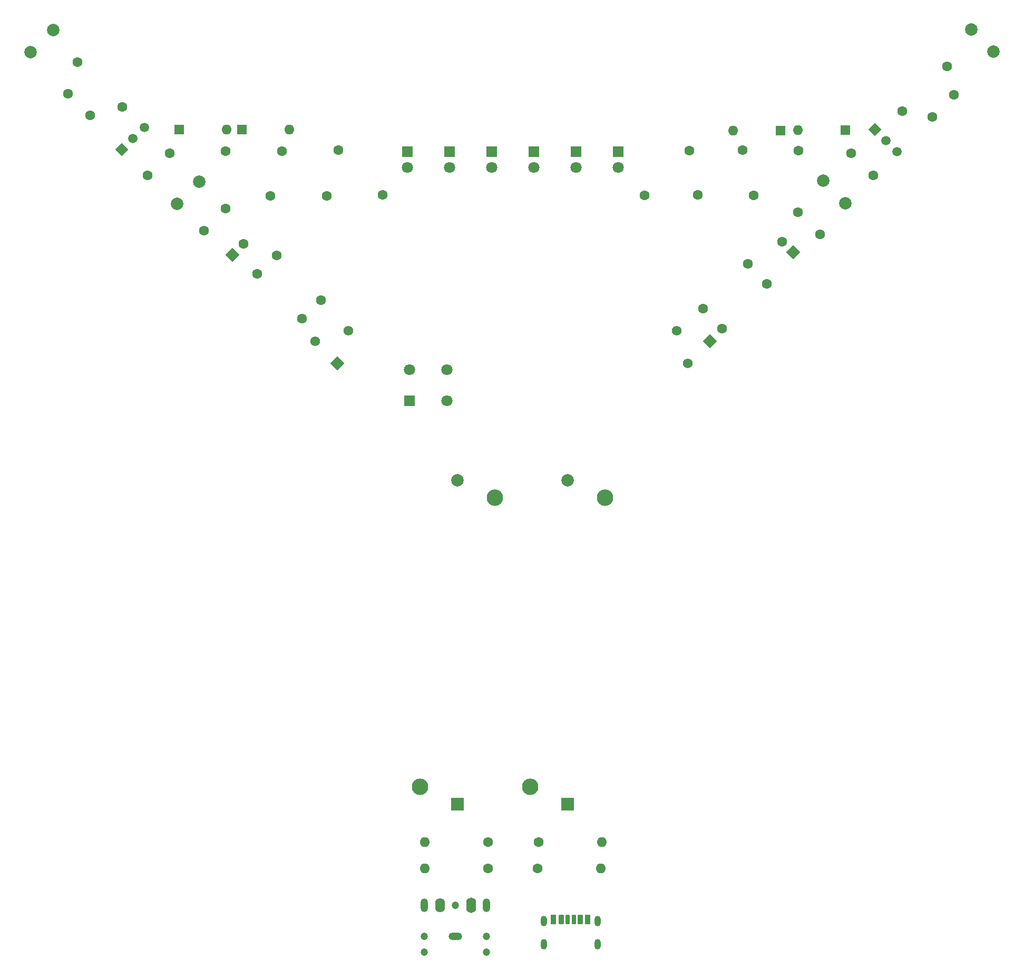
<source format=gbr>
%TF.GenerationSoftware,KiCad,Pcbnew,8.0.5*%
%TF.CreationDate,2025-01-18T17:06:11+08:00*%
%TF.ProjectId,cheap2,63686561-7032-42e6-9b69-6361645f7063,rev?*%
%TF.SameCoordinates,Original*%
%TF.FileFunction,Soldermask,Top*%
%TF.FilePolarity,Negative*%
%FSLAX46Y46*%
G04 Gerber Fmt 4.6, Leading zero omitted, Abs format (unit mm)*
G04 Created by KiCad (PCBNEW 8.0.5) date 2025-01-18 17:06:11*
%MOMM*%
%LPD*%
G01*
G04 APERTURE LIST*
G04 Aperture macros list*
%AMRoundRect*
0 Rectangle with rounded corners*
0 $1 Rounding radius*
0 $2 $3 $4 $5 $6 $7 $8 $9 X,Y pos of 4 corners*
0 Add a 4 corners polygon primitive as box body*
4,1,4,$2,$3,$4,$5,$6,$7,$8,$9,$2,$3,0*
0 Add four circle primitives for the rounded corners*
1,1,$1+$1,$2,$3*
1,1,$1+$1,$4,$5*
1,1,$1+$1,$6,$7*
1,1,$1+$1,$8,$9*
0 Add four rect primitives between the rounded corners*
20,1,$1+$1,$2,$3,$4,$5,0*
20,1,$1+$1,$4,$5,$6,$7,0*
20,1,$1+$1,$6,$7,$8,$9,0*
20,1,$1+$1,$8,$9,$2,$3,0*%
%AMHorizOval*
0 Thick line with rounded ends*
0 $1 width*
0 $2 $3 position (X,Y) of the first rounded end (center of the circle)*
0 $4 $5 position (X,Y) of the second rounded end (center of the circle)*
0 Add line between two ends*
20,1,$1,$2,$3,$4,$5,0*
0 Add two circle primitives to create the rounded ends*
1,1,$1,$2,$3*
1,1,$1,$4,$5*%
%AMRotRect*
0 Rectangle, with rotation*
0 The origin of the aperture is its center*
0 $1 length*
0 $2 width*
0 $3 Rotation angle, in degrees counterclockwise*
0 Add horizontal line*
21,1,$1,$2,0,0,$3*%
G04 Aperture macros list end*
%ADD10RoundRect,0.175000X-0.175000X-0.625000X0.175000X-0.625000X0.175000X0.625000X-0.175000X0.625000X0*%
%ADD11RoundRect,0.200000X-0.200000X-0.600000X0.200000X-0.600000X0.200000X0.600000X-0.200000X0.600000X0*%
%ADD12RoundRect,0.225000X-0.225000X-0.575000X0.225000X-0.575000X0.225000X0.575000X-0.225000X0.575000X0*%
%ADD13O,1.000000X1.700000*%
%ADD14C,1.600000*%
%ADD15R,1.600000X1.600000*%
%ADD16O,1.600000X1.600000*%
%ADD17C,2.640000*%
%ADD18R,2.000000X2.000000*%
%ADD19C,2.000000*%
%ADD20HorizOval,1.600000X0.000000X0.000000X0.000000X0.000000X0*%
%ADD21HorizOval,1.600000X0.000000X0.000000X0.000000X0.000000X0*%
%ADD22R,1.800000X1.800000*%
%ADD23C,1.800000*%
%ADD24HorizOval,1.600000X0.000000X0.000000X0.000000X0.000000X0*%
%ADD25RotRect,1.600000X1.600000X135.000000*%
%ADD26RotRect,1.560000X1.560000X135.000000*%
%ADD27C,1.560000*%
%ADD28C,1.500000*%
%ADD29RotRect,1.500000X1.500000X45.000000*%
%ADD30HorizOval,1.600000X0.000000X0.000000X0.000000X0.000000X0*%
%ADD31RotRect,1.560000X1.560000X225.000000*%
%ADD32RotRect,1.600000X1.600000X45.000000*%
%ADD33O,1.600000X2.500000*%
%ADD34O,1.200000X2.200000*%
%ADD35O,2.200000X1.200000*%
%ADD36O,1.600000X2.300000*%
%ADD37C,1.200000*%
%ADD38RotRect,1.500000X1.500000X315.000000*%
G04 APERTURE END LIST*
D10*
%TO.C,J4*%
X116270225Y-177270000D03*
D11*
X118290225Y-177270000D03*
D12*
X119520225Y-177270000D03*
D10*
X117270225Y-177270000D03*
D11*
X115250225Y-177270000D03*
D12*
X114020225Y-177270000D03*
D13*
X112450225Y-177450000D03*
X112450225Y-181250000D03*
X121090225Y-177450000D03*
X121090225Y-181250000D03*
%TD*%
D14*
%TO.C,C4*%
X57832233Y-66467767D03*
X61367767Y-62932233D03*
%TD*%
D15*
%TO.C,D3*%
X160900000Y-50300000D03*
D16*
X153280000Y-50300000D03*
%TD*%
D17*
%TO.C,Battery2*%
X110270225Y-155900000D03*
X122260225Y-109420000D03*
D18*
X116265225Y-158650000D03*
D19*
X116265225Y-106660000D03*
%TD*%
D14*
%TO.C,R15*%
X144392103Y-53557898D03*
D20*
X137207898Y-60742103D03*
%TD*%
D14*
%TO.C,R16*%
X153342103Y-53600000D03*
D20*
X146157898Y-60784205D03*
%TD*%
D14*
%TO.C,R12*%
X70361846Y-53715795D03*
D21*
X77546051Y-60900000D03*
%TD*%
D22*
%TO.C,D6*%
X97303673Y-53760000D03*
D23*
X97303673Y-56300000D03*
%TD*%
D15*
%TO.C,D2*%
X63990001Y-50200000D03*
D16*
X71610001Y-50200000D03*
%TD*%
D14*
%TO.C,R10*%
X111610225Y-164750000D03*
D16*
X121770225Y-164750000D03*
%TD*%
D14*
%TO.C,R13*%
X79415794Y-53515795D03*
D21*
X86599999Y-60700000D03*
%TD*%
D14*
%TO.C,R1*%
X73600000Y-80600000D03*
D24*
X66415795Y-73415795D03*
%TD*%
D14*
%TO.C,R14*%
X135792103Y-53607898D03*
D20*
X128607898Y-60792103D03*
%TD*%
D14*
%TO.C,R4*%
X148250000Y-75050000D03*
D20*
X141065795Y-82234205D03*
%TD*%
D14*
%TO.C,C12*%
X153314466Y-63514466D03*
X156850000Y-67050000D03*
%TD*%
%TO.C,R7*%
X103450225Y-169050000D03*
D16*
X93290225Y-169050000D03*
%TD*%
D25*
%TO.C,C10*%
X152500000Y-70000000D03*
D14*
X150732233Y-68232233D03*
%TD*%
%TO.C,C11*%
X161832233Y-54032233D03*
X165367767Y-57567767D03*
%TD*%
D26*
%TO.C,RV1*%
X79291745Y-87835534D03*
D27*
X81059512Y-82532233D03*
X75756211Y-84300000D03*
%TD*%
D22*
%TO.C,D5*%
X90550000Y-53760000D03*
D23*
X90550000Y-56300000D03*
%TD*%
D28*
%TO.C,Q1*%
X48250609Y-49858508D03*
X46454558Y-51654559D03*
D29*
X44658507Y-53450610D03*
%TD*%
D15*
%TO.C,D4*%
X150500000Y-50400000D03*
D16*
X142880000Y-50400000D03*
%TD*%
D17*
%TO.C,Battery1*%
X92575225Y-155900000D03*
X104565225Y-109420000D03*
D18*
X98570225Y-158650000D03*
D19*
X98570225Y-106660000D03*
%TD*%
D22*
%TO.C,D10*%
X124439775Y-53760000D03*
D23*
X124439775Y-56300000D03*
%TD*%
D14*
%TO.C,R11*%
X61307898Y-53707898D03*
D21*
X68492103Y-60892103D03*
%TD*%
D19*
%TO.C,L4*%
X157303949Y-58453949D03*
X160896051Y-62046051D03*
%TD*%
D14*
%TO.C,R3*%
X138057898Y-78992103D03*
D30*
X145242103Y-71807898D03*
%TD*%
D15*
%TO.C,D1*%
X53890000Y-50200000D03*
D16*
X61510000Y-50200000D03*
%TD*%
D14*
%TO.C,R5*%
X37507898Y-39407898D03*
D21*
X44692103Y-46592103D03*
%TD*%
D14*
%TO.C,C3*%
X52335534Y-54064466D03*
X48800000Y-57600000D03*
%TD*%
D19*
%TO.C,L1*%
X33600000Y-34200000D03*
X30007898Y-37792102D03*
%TD*%
D22*
%TO.C,SW1*%
X90900000Y-93800000D03*
D23*
X90900000Y-88800000D03*
X96900000Y-93800000D03*
X96900000Y-88800000D03*
%TD*%
D19*
%TO.C,L5*%
X184700000Y-37700000D03*
X181107898Y-34107898D03*
%TD*%
D14*
%TO.C,R9*%
X111490225Y-169050000D03*
D16*
X121650225Y-169050000D03*
%TD*%
D14*
%TO.C,R6*%
X177200000Y-40100000D03*
D20*
X170015795Y-47284205D03*
%TD*%
D31*
%TO.C,RV2*%
X139100000Y-84300000D03*
D27*
X133796699Y-82532233D03*
X135564466Y-87835534D03*
%TD*%
D32*
%TO.C,C2*%
X62447856Y-70352144D03*
D14*
X64215623Y-68584377D03*
%TD*%
%TO.C,C1*%
X39567767Y-47967767D03*
X36032233Y-44432233D03*
%TD*%
%TO.C,R8*%
X103450225Y-164750000D03*
D16*
X93290225Y-164750000D03*
%TD*%
D22*
%TO.C,D8*%
X110839775Y-53760000D03*
D23*
X110839775Y-56300000D03*
%TD*%
D33*
%TO.C,J2*%
X100770225Y-174950000D03*
D34*
X103270225Y-174950000D03*
D35*
X98270225Y-179950000D03*
D36*
X95770225Y-174950000D03*
D34*
X93270225Y-174950000D03*
D37*
X103270225Y-182450000D03*
X103270225Y-179950000D03*
X98270225Y-174950000D03*
X93270225Y-182450000D03*
X93270225Y-179950000D03*
%TD*%
D22*
%TO.C,D9*%
X117639775Y-53760000D03*
D23*
X117639775Y-56300000D03*
%TD*%
%TO.C,D7*%
X104057346Y-56300000D03*
D22*
X104057346Y-53760000D03*
%TD*%
D38*
%TO.C,Q2*%
X165607898Y-50207898D03*
D28*
X167403949Y-52003949D03*
X169200000Y-53800000D03*
%TD*%
D14*
%TO.C,R2*%
X69507898Y-70507898D03*
D21*
X76692103Y-77692103D03*
%TD*%
D14*
%TO.C,C8*%
X174832233Y-48167767D03*
X178367767Y-44632233D03*
%TD*%
D19*
%TO.C,L2*%
X53503949Y-62196051D03*
X57096051Y-58603949D03*
%TD*%
M02*

</source>
